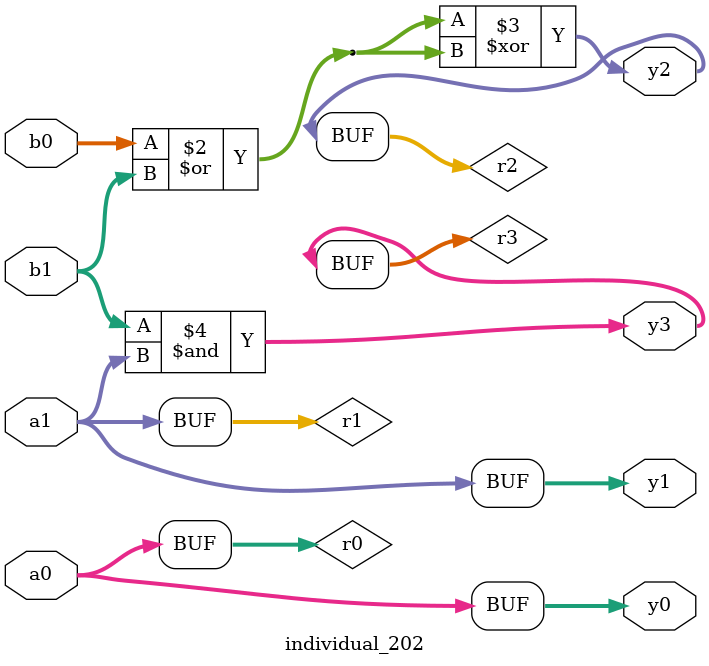
<source format=sv>
module individual_202(input logic [15:0] a1, input logic [15:0] a0, input logic [15:0] b1, input logic [15:0] b0, output logic [15:0] y3, output logic [15:0] y2, output logic [15:0] y1, output logic [15:0] y0);
logic [15:0] r0, r1, r2, r3; 
 always@(*) begin 
	 r0 = a0; r1 = a1; r2 = b0; r3 = b1; 
 	 r2  |=  r3 ;
 	 r2  ^=  r2 ;
 	 r3  &=  a1 ;
 	 y3 = r3; y2 = r2; y1 = r1; y0 = r0; 
end
endmodule
</source>
